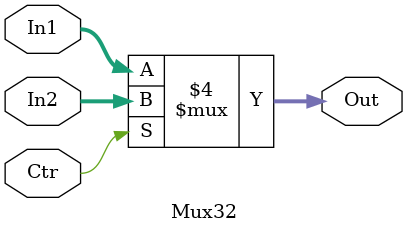
<source format=v>
module Mux32(In1, In2, Ctr, Out);
    input[31:0] In1, In2;
    input Ctr;
    output reg[31:0] Out;
    
    always@(*)begin
    
        if(Ctr==0)
            Out=In1;
        else 
            Out=In2;
    
    end
    
endmodule
</source>
